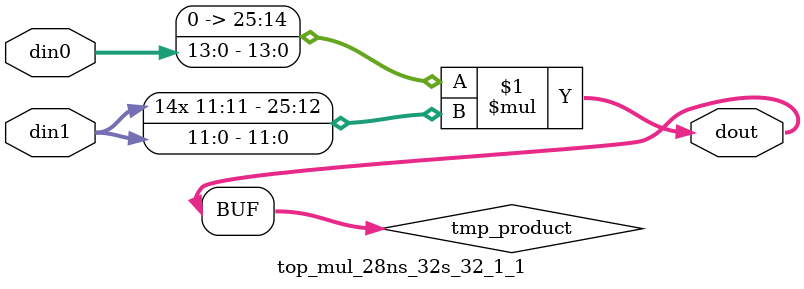
<source format=v>

`timescale 1 ns / 1 ps

  module top_mul_28ns_32s_32_1_1(din0, din1, dout);
parameter ID = 1;
parameter NUM_STAGE = 0;
parameter din0_WIDTH = 14;
parameter din1_WIDTH = 12;
parameter dout_WIDTH = 26;

input [din0_WIDTH - 1 : 0] din0; 
input [din1_WIDTH - 1 : 0] din1; 
output [dout_WIDTH - 1 : 0] dout;

wire signed [dout_WIDTH - 1 : 0] tmp_product;











assign tmp_product = $signed({1'b0, din0}) * $signed(din1);










assign dout = tmp_product;







endmodule

</source>
